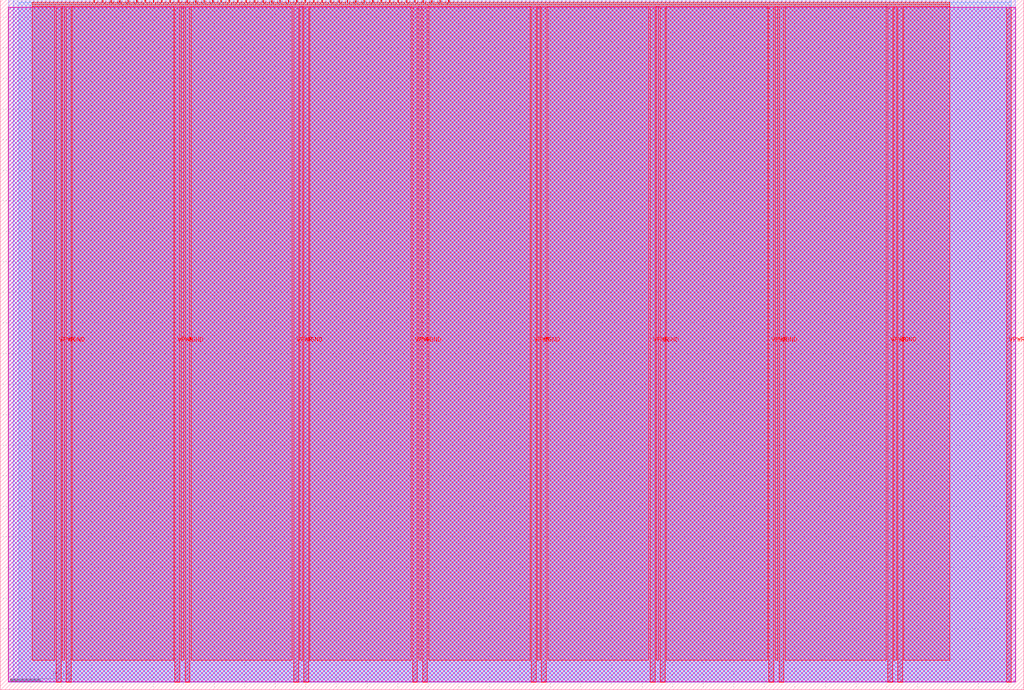
<source format=lef>
VERSION 5.7 ;
  NOWIREEXTENSIONATPIN ON ;
  DIVIDERCHAR "/" ;
  BUSBITCHARS "[]" ;
MACRO tt_um_rejunity_z80
  CLASS BLOCK ;
  FOREIGN tt_um_rejunity_z80 ;
  ORIGIN 0.000 0.000 ;
  SIZE 334.880 BY 225.760 ;
  PIN VGND
    DIRECTION INOUT ;
    USE GROUND ;
    PORT
      LAYER met4 ;
        RECT 21.580 2.480 23.180 223.280 ;
    END
    PORT
      LAYER met4 ;
        RECT 60.450 2.480 62.050 223.280 ;
    END
    PORT
      LAYER met4 ;
        RECT 99.320 2.480 100.920 223.280 ;
    END
    PORT
      LAYER met4 ;
        RECT 138.190 2.480 139.790 223.280 ;
    END
    PORT
      LAYER met4 ;
        RECT 177.060 2.480 178.660 223.280 ;
    END
    PORT
      LAYER met4 ;
        RECT 215.930 2.480 217.530 223.280 ;
    END
    PORT
      LAYER met4 ;
        RECT 254.800 2.480 256.400 223.280 ;
    END
    PORT
      LAYER met4 ;
        RECT 293.670 2.480 295.270 223.280 ;
    END
  END VGND
  PIN VPWR
    DIRECTION INOUT ;
    USE POWER ;
    PORT
      LAYER met4 ;
        RECT 18.280 2.480 19.880 223.280 ;
    END
    PORT
      LAYER met4 ;
        RECT 57.150 2.480 58.750 223.280 ;
    END
    PORT
      LAYER met4 ;
        RECT 96.020 2.480 97.620 223.280 ;
    END
    PORT
      LAYER met4 ;
        RECT 134.890 2.480 136.490 223.280 ;
    END
    PORT
      LAYER met4 ;
        RECT 173.760 2.480 175.360 223.280 ;
    END
    PORT
      LAYER met4 ;
        RECT 212.630 2.480 214.230 223.280 ;
    END
    PORT
      LAYER met4 ;
        RECT 251.500 2.480 253.100 223.280 ;
    END
    PORT
      LAYER met4 ;
        RECT 290.370 2.480 291.970 223.280 ;
    END
    PORT
      LAYER met4 ;
        RECT 329.240 2.480 330.840 223.280 ;
    END
  END VPWR
  PIN clk
    DIRECTION INPUT ;
    USE SIGNAL ;
    ANTENNAGATEAREA 0.852000 ;
    PORT
      LAYER met4 ;
        RECT 143.830 224.760 144.130 225.760 ;
    END
  END clk
  PIN ena
    DIRECTION INPUT ;
    USE SIGNAL ;
    ANTENNAGATEAREA 0.196500 ;
    PORT
      LAYER met4 ;
        RECT 146.590 224.760 146.890 225.760 ;
    END
  END ena
  PIN rst_n
    DIRECTION INPUT ;
    USE SIGNAL ;
    ANTENNAGATEAREA 0.196500 ;
    PORT
      LAYER met4 ;
        RECT 141.070 224.760 141.370 225.760 ;
    END
  END rst_n
  PIN ui_in[0]
    DIRECTION INPUT ;
    USE SIGNAL ;
    ANTENNAGATEAREA 0.126000 ;
    PORT
      LAYER met4 ;
        RECT 138.310 224.760 138.610 225.760 ;
    END
  END ui_in[0]
  PIN ui_in[1]
    DIRECTION INPUT ;
    USE SIGNAL ;
    ANTENNAGATEAREA 0.196500 ;
    PORT
      LAYER met4 ;
        RECT 135.550 224.760 135.850 225.760 ;
    END
  END ui_in[1]
  PIN ui_in[2]
    DIRECTION INPUT ;
    USE SIGNAL ;
    ANTENNAGATEAREA 0.196500 ;
    PORT
      LAYER met4 ;
        RECT 132.790 224.760 133.090 225.760 ;
    END
  END ui_in[2]
  PIN ui_in[3]
    DIRECTION INPUT ;
    USE SIGNAL ;
    ANTENNAGATEAREA 0.196500 ;
    PORT
      LAYER met4 ;
        RECT 130.030 224.760 130.330 225.760 ;
    END
  END ui_in[3]
  PIN ui_in[4]
    DIRECTION INPUT ;
    USE SIGNAL ;
    ANTENNAGATEAREA 0.196500 ;
    PORT
      LAYER met4 ;
        RECT 127.270 224.760 127.570 225.760 ;
    END
  END ui_in[4]
  PIN ui_in[5]
    DIRECTION INPUT ;
    USE SIGNAL ;
    ANTENNAGATEAREA 0.196500 ;
    PORT
      LAYER met4 ;
        RECT 124.510 224.760 124.810 225.760 ;
    END
  END ui_in[5]
  PIN ui_in[6]
    DIRECTION INPUT ;
    USE SIGNAL ;
    ANTENNAGATEAREA 0.213000 ;
    PORT
      LAYER met4 ;
        RECT 121.750 224.760 122.050 225.760 ;
    END
  END ui_in[6]
  PIN ui_in[7]
    DIRECTION INPUT ;
    USE SIGNAL ;
    ANTENNAGATEAREA 0.247500 ;
    PORT
      LAYER met4 ;
        RECT 118.990 224.760 119.290 225.760 ;
    END
  END ui_in[7]
  PIN uio_in[0]
    DIRECTION INPUT ;
    USE SIGNAL ;
    ANTENNAGATEAREA 0.196500 ;
    PORT
      LAYER met4 ;
        RECT 116.230 224.760 116.530 225.760 ;
    END
  END uio_in[0]
  PIN uio_in[1]
    DIRECTION INPUT ;
    USE SIGNAL ;
    ANTENNAGATEAREA 0.196500 ;
    PORT
      LAYER met4 ;
        RECT 113.470 224.760 113.770 225.760 ;
    END
  END uio_in[1]
  PIN uio_in[2]
    DIRECTION INPUT ;
    USE SIGNAL ;
    ANTENNAGATEAREA 0.196500 ;
    PORT
      LAYER met4 ;
        RECT 110.710 224.760 111.010 225.760 ;
    END
  END uio_in[2]
  PIN uio_in[3]
    DIRECTION INPUT ;
    USE SIGNAL ;
    ANTENNAGATEAREA 0.196500 ;
    PORT
      LAYER met4 ;
        RECT 107.950 224.760 108.250 225.760 ;
    END
  END uio_in[3]
  PIN uio_in[4]
    DIRECTION INPUT ;
    USE SIGNAL ;
    ANTENNAGATEAREA 0.196500 ;
    PORT
      LAYER met4 ;
        RECT 105.190 224.760 105.490 225.760 ;
    END
  END uio_in[4]
  PIN uio_in[5]
    DIRECTION INPUT ;
    USE SIGNAL ;
    ANTENNAGATEAREA 0.196500 ;
    PORT
      LAYER met4 ;
        RECT 102.430 224.760 102.730 225.760 ;
    END
  END uio_in[5]
  PIN uio_in[6]
    DIRECTION INPUT ;
    USE SIGNAL ;
    ANTENNAGATEAREA 0.196500 ;
    PORT
      LAYER met4 ;
        RECT 99.670 224.760 99.970 225.760 ;
    END
  END uio_in[6]
  PIN uio_in[7]
    DIRECTION INPUT ;
    USE SIGNAL ;
    ANTENNAGATEAREA 0.196500 ;
    PORT
      LAYER met4 ;
        RECT 96.910 224.760 97.210 225.760 ;
    END
  END uio_in[7]
  PIN uio_oe[0]
    DIRECTION OUTPUT ;
    USE SIGNAL ;
    ANTENNADIFFAREA 0.445500 ;
    PORT
      LAYER met4 ;
        RECT 49.990 224.760 50.290 225.760 ;
    END
  END uio_oe[0]
  PIN uio_oe[1]
    DIRECTION OUTPUT ;
    USE SIGNAL ;
    ANTENNADIFFAREA 0.445500 ;
    PORT
      LAYER met4 ;
        RECT 47.230 224.760 47.530 225.760 ;
    END
  END uio_oe[1]
  PIN uio_oe[2]
    DIRECTION OUTPUT ;
    USE SIGNAL ;
    ANTENNADIFFAREA 0.445500 ;
    PORT
      LAYER met4 ;
        RECT 44.470 224.760 44.770 225.760 ;
    END
  END uio_oe[2]
  PIN uio_oe[3]
    DIRECTION OUTPUT ;
    USE SIGNAL ;
    ANTENNADIFFAREA 0.445500 ;
    PORT
      LAYER met4 ;
        RECT 41.710 224.760 42.010 225.760 ;
    END
  END uio_oe[3]
  PIN uio_oe[4]
    DIRECTION OUTPUT ;
    USE SIGNAL ;
    ANTENNADIFFAREA 0.445500 ;
    PORT
      LAYER met4 ;
        RECT 38.950 224.760 39.250 225.760 ;
    END
  END uio_oe[4]
  PIN uio_oe[5]
    DIRECTION OUTPUT ;
    USE SIGNAL ;
    ANTENNADIFFAREA 0.445500 ;
    PORT
      LAYER met4 ;
        RECT 36.190 224.760 36.490 225.760 ;
    END
  END uio_oe[5]
  PIN uio_oe[6]
    DIRECTION OUTPUT ;
    USE SIGNAL ;
    ANTENNADIFFAREA 0.445500 ;
    PORT
      LAYER met4 ;
        RECT 33.430 224.760 33.730 225.760 ;
    END
  END uio_oe[6]
  PIN uio_oe[7]
    DIRECTION OUTPUT ;
    USE SIGNAL ;
    ANTENNADIFFAREA 0.445500 ;
    PORT
      LAYER met4 ;
        RECT 30.670 224.760 30.970 225.760 ;
    END
  END uio_oe[7]
  PIN uio_out[0]
    DIRECTION OUTPUT ;
    USE SIGNAL ;
    ANTENNAGATEAREA 0.495000 ;
    ANTENNADIFFAREA 0.891000 ;
    PORT
      LAYER met4 ;
        RECT 72.070 224.760 72.370 225.760 ;
    END
  END uio_out[0]
  PIN uio_out[1]
    DIRECTION OUTPUT ;
    USE SIGNAL ;
    ANTENNAGATEAREA 0.252000 ;
    ANTENNADIFFAREA 0.891000 ;
    PORT
      LAYER met4 ;
        RECT 69.310 224.760 69.610 225.760 ;
    END
  END uio_out[1]
  PIN uio_out[2]
    DIRECTION OUTPUT ;
    USE SIGNAL ;
    ANTENNAGATEAREA 0.495000 ;
    ANTENNADIFFAREA 0.891000 ;
    PORT
      LAYER met4 ;
        RECT 66.550 224.760 66.850 225.760 ;
    END
  END uio_out[2]
  PIN uio_out[3]
    DIRECTION OUTPUT ;
    USE SIGNAL ;
    ANTENNAGATEAREA 0.252000 ;
    ANTENNADIFFAREA 0.891000 ;
    PORT
      LAYER met4 ;
        RECT 63.790 224.760 64.090 225.760 ;
    END
  END uio_out[3]
  PIN uio_out[4]
    DIRECTION OUTPUT ;
    USE SIGNAL ;
    ANTENNAGATEAREA 0.252000 ;
    ANTENNADIFFAREA 0.891000 ;
    PORT
      LAYER met4 ;
        RECT 61.030 224.760 61.330 225.760 ;
    END
  END uio_out[4]
  PIN uio_out[5]
    DIRECTION OUTPUT ;
    USE SIGNAL ;
    ANTENNAGATEAREA 0.252000 ;
    ANTENNADIFFAREA 0.891000 ;
    PORT
      LAYER met4 ;
        RECT 58.270 224.760 58.570 225.760 ;
    END
  END uio_out[5]
  PIN uio_out[6]
    DIRECTION OUTPUT ;
    USE SIGNAL ;
    ANTENNAGATEAREA 0.252000 ;
    ANTENNADIFFAREA 0.891000 ;
    PORT
      LAYER met4 ;
        RECT 55.510 224.760 55.810 225.760 ;
    END
  END uio_out[6]
  PIN uio_out[7]
    DIRECTION OUTPUT ;
    USE SIGNAL ;
    ANTENNAGATEAREA 0.252000 ;
    ANTENNADIFFAREA 0.891000 ;
    PORT
      LAYER met4 ;
        RECT 52.750 224.760 53.050 225.760 ;
    END
  END uio_out[7]
  PIN uo_out[0]
    DIRECTION OUTPUT ;
    USE SIGNAL ;
    ANTENNADIFFAREA 0.891000 ;
    PORT
      LAYER met4 ;
        RECT 94.150 224.760 94.450 225.760 ;
    END
  END uo_out[0]
  PIN uo_out[1]
    DIRECTION OUTPUT ;
    USE SIGNAL ;
    ANTENNADIFFAREA 0.891000 ;
    PORT
      LAYER met4 ;
        RECT 91.390 224.760 91.690 225.760 ;
    END
  END uo_out[1]
  PIN uo_out[2]
    DIRECTION OUTPUT ;
    USE SIGNAL ;
    ANTENNADIFFAREA 0.891000 ;
    PORT
      LAYER met4 ;
        RECT 88.630 224.760 88.930 225.760 ;
    END
  END uo_out[2]
  PIN uo_out[3]
    DIRECTION OUTPUT ;
    USE SIGNAL ;
    ANTENNADIFFAREA 0.891000 ;
    PORT
      LAYER met4 ;
        RECT 85.870 224.760 86.170 225.760 ;
    END
  END uo_out[3]
  PIN uo_out[4]
    DIRECTION OUTPUT ;
    USE SIGNAL ;
    ANTENNADIFFAREA 0.891000 ;
    PORT
      LAYER met4 ;
        RECT 83.110 224.760 83.410 225.760 ;
    END
  END uo_out[4]
  PIN uo_out[5]
    DIRECTION OUTPUT ;
    USE SIGNAL ;
    ANTENNADIFFAREA 0.891000 ;
    PORT
      LAYER met4 ;
        RECT 80.350 224.760 80.650 225.760 ;
    END
  END uo_out[5]
  PIN uo_out[6]
    DIRECTION OUTPUT ;
    USE SIGNAL ;
    ANTENNADIFFAREA 0.891000 ;
    PORT
      LAYER met4 ;
        RECT 77.590 224.760 77.890 225.760 ;
    END
  END uo_out[6]
  PIN uo_out[7]
    DIRECTION OUTPUT ;
    USE SIGNAL ;
    ANTENNADIFFAREA 0.891000 ;
    PORT
      LAYER met4 ;
        RECT 74.830 224.760 75.130 225.760 ;
    END
  END uo_out[7]
  OBS
      LAYER nwell ;
        RECT 2.570 2.635 332.310 223.230 ;
      LAYER li1 ;
        RECT 2.760 2.635 332.120 223.125 ;
      LAYER met1 ;
        RECT 2.760 2.480 332.120 225.720 ;
      LAYER met2 ;
        RECT 4.240 2.535 330.810 225.750 ;
      LAYER met3 ;
        RECT 6.045 2.555 330.830 224.905 ;
      LAYER met4 ;
        RECT 10.415 224.360 30.270 224.905 ;
        RECT 31.370 224.360 33.030 224.905 ;
        RECT 34.130 224.360 35.790 224.905 ;
        RECT 36.890 224.360 38.550 224.905 ;
        RECT 39.650 224.360 41.310 224.905 ;
        RECT 42.410 224.360 44.070 224.905 ;
        RECT 45.170 224.360 46.830 224.905 ;
        RECT 47.930 224.360 49.590 224.905 ;
        RECT 50.690 224.360 52.350 224.905 ;
        RECT 53.450 224.360 55.110 224.905 ;
        RECT 56.210 224.360 57.870 224.905 ;
        RECT 58.970 224.360 60.630 224.905 ;
        RECT 61.730 224.360 63.390 224.905 ;
        RECT 64.490 224.360 66.150 224.905 ;
        RECT 67.250 224.360 68.910 224.905 ;
        RECT 70.010 224.360 71.670 224.905 ;
        RECT 72.770 224.360 74.430 224.905 ;
        RECT 75.530 224.360 77.190 224.905 ;
        RECT 78.290 224.360 79.950 224.905 ;
        RECT 81.050 224.360 82.710 224.905 ;
        RECT 83.810 224.360 85.470 224.905 ;
        RECT 86.570 224.360 88.230 224.905 ;
        RECT 89.330 224.360 90.990 224.905 ;
        RECT 92.090 224.360 93.750 224.905 ;
        RECT 94.850 224.360 96.510 224.905 ;
        RECT 97.610 224.360 99.270 224.905 ;
        RECT 100.370 224.360 102.030 224.905 ;
        RECT 103.130 224.360 104.790 224.905 ;
        RECT 105.890 224.360 107.550 224.905 ;
        RECT 108.650 224.360 110.310 224.905 ;
        RECT 111.410 224.360 113.070 224.905 ;
        RECT 114.170 224.360 115.830 224.905 ;
        RECT 116.930 224.360 118.590 224.905 ;
        RECT 119.690 224.360 121.350 224.905 ;
        RECT 122.450 224.360 124.110 224.905 ;
        RECT 125.210 224.360 126.870 224.905 ;
        RECT 127.970 224.360 129.630 224.905 ;
        RECT 130.730 224.360 132.390 224.905 ;
        RECT 133.490 224.360 135.150 224.905 ;
        RECT 136.250 224.360 137.910 224.905 ;
        RECT 139.010 224.360 140.670 224.905 ;
        RECT 141.770 224.360 143.430 224.905 ;
        RECT 144.530 224.360 146.190 224.905 ;
        RECT 147.290 224.360 310.665 224.905 ;
        RECT 10.415 223.680 310.665 224.360 ;
        RECT 10.415 9.695 17.880 223.680 ;
        RECT 20.280 9.695 21.180 223.680 ;
        RECT 23.580 9.695 56.750 223.680 ;
        RECT 59.150 9.695 60.050 223.680 ;
        RECT 62.450 9.695 95.620 223.680 ;
        RECT 98.020 9.695 98.920 223.680 ;
        RECT 101.320 9.695 134.490 223.680 ;
        RECT 136.890 9.695 137.790 223.680 ;
        RECT 140.190 9.695 173.360 223.680 ;
        RECT 175.760 9.695 176.660 223.680 ;
        RECT 179.060 9.695 212.230 223.680 ;
        RECT 214.630 9.695 215.530 223.680 ;
        RECT 217.930 9.695 251.100 223.680 ;
        RECT 253.500 9.695 254.400 223.680 ;
        RECT 256.800 9.695 289.970 223.680 ;
        RECT 292.370 9.695 293.270 223.680 ;
        RECT 295.670 9.695 310.665 223.680 ;
  END
END tt_um_rejunity_z80
END LIBRARY


</source>
